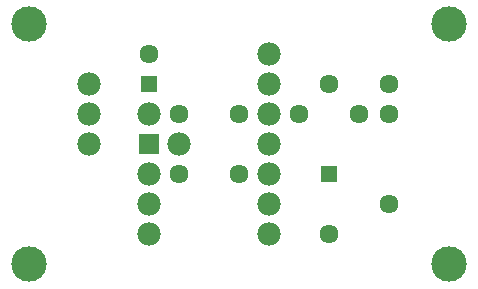
<source format=gts>
G75*
%MOIN*%
%OFA0B0*%
%FSLAX25Y25*%
%IPPOS*%
%LPD*%
%AMOC8*
5,1,8,0,0,1.08239X$1,22.5*
%
%ADD10C,0.11824*%
%ADD11C,0.06343*%
%ADD12R,0.05556X0.05556*%
%ADD13C,0.07800*%
%ADD14R,0.07100X0.07100*%
D10*
X0037595Y0016000D03*
X0037595Y0096000D03*
X0177595Y0096000D03*
X0177595Y0016000D03*
D11*
X0157595Y0036000D03*
X0137595Y0026000D03*
X0107595Y0046000D03*
X0087595Y0046000D03*
X0087595Y0066000D03*
X0107595Y0066000D03*
X0127595Y0066000D03*
X0137595Y0076000D03*
X0147595Y0066000D03*
X0157595Y0066000D03*
X0157595Y0076000D03*
X0077595Y0086000D03*
D12*
X0077595Y0076000D03*
X0137595Y0046000D03*
D13*
X0117595Y0046000D03*
X0117595Y0056000D03*
X0117595Y0066000D03*
X0117595Y0076000D03*
X0117595Y0086000D03*
X0077595Y0066000D03*
X0087595Y0056000D03*
X0077595Y0046000D03*
X0077595Y0036000D03*
X0077595Y0026000D03*
X0117595Y0026000D03*
X0117595Y0036000D03*
X0057595Y0056000D03*
X0057595Y0066000D03*
X0057595Y0076000D03*
D14*
X0077595Y0056000D03*
M02*

</source>
